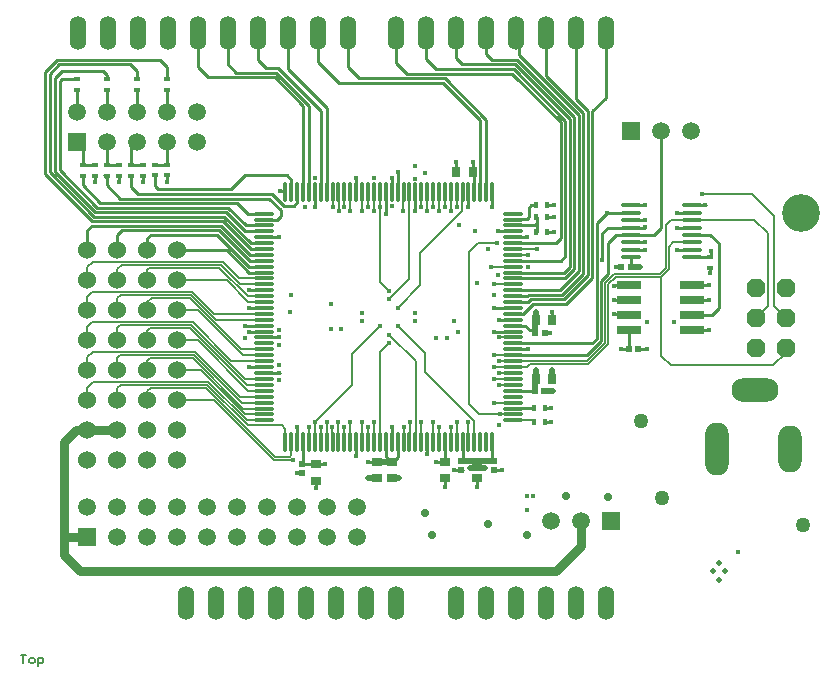
<source format=gtl>
%FSTAX23Y23*%
%MOIN*%
G70*
G01*
G75*
G04 Layer_Physical_Order=1*
G04 Layer_Color=255*
%ADD10O,0.071X0.012*%
%ADD11O,0.012X0.071*%
%ADD12O,0.073X0.014*%
%ADD13R,0.081X0.028*%
%ADD14R,0.022X0.018*%
%ADD15R,0.028X0.035*%
%ADD16R,0.035X0.028*%
%ADD17R,0.020X0.020*%
%ADD18R,0.020X0.020*%
%ADD19R,0.018X0.022*%
%ADD20C,0.010*%
%ADD21C,0.005*%
%ADD22C,0.020*%
%ADD23C,0.030*%
%ADD24O,0.157X0.079*%
%ADD25O,0.079X0.157*%
%ADD26O,0.079X0.177*%
%ADD27R,0.059X0.059*%
%ADD28C,0.059*%
%ADD29C,0.060*%
%ADD30P,0.067X8X112.5*%
%ADD31O,0.056X0.112*%
%ADD32C,0.126*%
%ADD33C,0.020*%
%ADD34C,0.016*%
%ADD35C,0.016*%
%ADD36C,0.050*%
%ADD37C,0.028*%
D10*
X01811Y0171D02*
D03*
Y0173D02*
D03*
Y01749D02*
D03*
Y01769D02*
D03*
Y01789D02*
D03*
Y01809D02*
D03*
Y01828D02*
D03*
Y01848D02*
D03*
Y01868D02*
D03*
Y01887D02*
D03*
Y01907D02*
D03*
Y01927D02*
D03*
Y01946D02*
D03*
Y01966D02*
D03*
Y01986D02*
D03*
Y02005D02*
D03*
Y02025D02*
D03*
Y02045D02*
D03*
Y02064D02*
D03*
Y02084D02*
D03*
Y02104D02*
D03*
Y02123D02*
D03*
Y02143D02*
D03*
Y02163D02*
D03*
Y02183D02*
D03*
Y02202D02*
D03*
Y02222D02*
D03*
Y02242D02*
D03*
Y02261D02*
D03*
Y02281D02*
D03*
Y02301D02*
D03*
Y0232D02*
D03*
Y0234D02*
D03*
Y0236D02*
D03*
Y02379D02*
D03*
Y02399D02*
D03*
X02642D02*
D03*
Y02379D02*
D03*
Y0236D02*
D03*
Y0234D02*
D03*
Y0232D02*
D03*
Y02301D02*
D03*
Y02281D02*
D03*
Y02261D02*
D03*
Y02242D02*
D03*
Y02222D02*
D03*
Y02202D02*
D03*
Y02183D02*
D03*
Y02163D02*
D03*
Y02143D02*
D03*
Y02123D02*
D03*
Y02104D02*
D03*
Y02084D02*
D03*
Y02064D02*
D03*
Y02045D02*
D03*
Y02025D02*
D03*
Y02005D02*
D03*
Y01986D02*
D03*
Y01966D02*
D03*
Y01946D02*
D03*
Y01927D02*
D03*
Y01907D02*
D03*
Y01887D02*
D03*
Y01868D02*
D03*
Y01848D02*
D03*
Y01828D02*
D03*
Y01809D02*
D03*
Y01789D02*
D03*
Y01769D02*
D03*
Y01749D02*
D03*
Y0173D02*
D03*
Y0171D02*
D03*
D11*
X01882Y0247D02*
D03*
X01902D02*
D03*
X01921D02*
D03*
X01941D02*
D03*
X01961D02*
D03*
X01981D02*
D03*
X02D02*
D03*
X0202D02*
D03*
X0204D02*
D03*
X02059D02*
D03*
X02079D02*
D03*
X02099D02*
D03*
X02118D02*
D03*
X02138D02*
D03*
X02158D02*
D03*
X02177D02*
D03*
X02197D02*
D03*
X02217D02*
D03*
X02236D02*
D03*
X02256D02*
D03*
X02276D02*
D03*
X02295D02*
D03*
X02315D02*
D03*
X02335D02*
D03*
X02355D02*
D03*
X02374D02*
D03*
X02394D02*
D03*
X02414D02*
D03*
X02433D02*
D03*
X02453D02*
D03*
X02473D02*
D03*
X02492D02*
D03*
X02512D02*
D03*
X02532D02*
D03*
X02551D02*
D03*
X02571D02*
D03*
Y01639D02*
D03*
X02551D02*
D03*
X02532D02*
D03*
X02512D02*
D03*
X02492D02*
D03*
X02473D02*
D03*
X02453D02*
D03*
X02433D02*
D03*
X02414D02*
D03*
X02394D02*
D03*
X02374D02*
D03*
X02355D02*
D03*
X02335D02*
D03*
X02315D02*
D03*
X02295D02*
D03*
X02276D02*
D03*
X02256D02*
D03*
X02236D02*
D03*
X02217D02*
D03*
X02197D02*
D03*
X02177D02*
D03*
X02158D02*
D03*
X02138D02*
D03*
X02118D02*
D03*
X02099D02*
D03*
X02079D02*
D03*
X02059D02*
D03*
X0204D02*
D03*
X0202D02*
D03*
X02D02*
D03*
X01981D02*
D03*
X01961D02*
D03*
X01941D02*
D03*
X01921D02*
D03*
X01902D02*
D03*
X01882D02*
D03*
D12*
X03033Y02428D02*
D03*
Y02402D02*
D03*
Y02378D02*
D03*
Y02352D02*
D03*
Y02328D02*
D03*
Y02303D02*
D03*
Y02277D02*
D03*
Y02253D02*
D03*
X03237Y02428D02*
D03*
Y02402D02*
D03*
Y02378D02*
D03*
Y02352D02*
D03*
Y02328D02*
D03*
Y02303D02*
D03*
Y02277D02*
D03*
Y02253D02*
D03*
D13*
X03028Y02161D02*
D03*
Y02111D02*
D03*
Y02061D02*
D03*
Y02011D02*
D03*
X03238Y02161D02*
D03*
Y02111D02*
D03*
Y02061D02*
D03*
Y02011D02*
D03*
D14*
X01487Y02848D02*
D03*
Y02812D02*
D03*
X01387Y02848D02*
D03*
Y02812D02*
D03*
X01287Y02848D02*
D03*
Y02812D02*
D03*
X01187Y02848D02*
D03*
Y02812D02*
D03*
X01246Y02561D02*
D03*
Y02525D02*
D03*
X01326Y02561D02*
D03*
Y02525D02*
D03*
X01406Y0256D02*
D03*
Y02525D02*
D03*
X01487Y02561D02*
D03*
Y02526D02*
D03*
X01206Y02561D02*
D03*
Y02525D02*
D03*
X01286Y02561D02*
D03*
Y02525D02*
D03*
X01366Y0256D02*
D03*
Y02525D02*
D03*
X01447Y02561D02*
D03*
Y02526D02*
D03*
X03297Y02254D02*
D03*
Y02218D02*
D03*
D15*
X02716Y01849D02*
D03*
X02772D02*
D03*
X02507Y02539D02*
D03*
X02451D02*
D03*
X02772Y02043D02*
D03*
X02716D02*
D03*
D16*
X02414Y01572D02*
D03*
Y01516D02*
D03*
X02187Y01572D02*
D03*
Y01516D02*
D03*
X02522Y01572D02*
D03*
Y01516D02*
D03*
X01985Y01564D02*
D03*
Y01508D02*
D03*
X02236Y01516D02*
D03*
Y01572D02*
D03*
D17*
X02746Y02002D02*
D03*
X02714D02*
D03*
X02745Y01808D02*
D03*
X02713D02*
D03*
X03027Y01948D02*
D03*
X03059D02*
D03*
X03033Y02222D02*
D03*
X03001D02*
D03*
D18*
X02468Y01543D02*
D03*
Y01575D02*
D03*
X01939Y01533D02*
D03*
Y01565D02*
D03*
X02579Y01543D02*
D03*
Y01575D02*
D03*
D19*
X02719Y02387D02*
D03*
X02755D02*
D03*
X02754Y02336D02*
D03*
X02718D02*
D03*
X02712Y0175D02*
D03*
X02748D02*
D03*
X02712Y01703D02*
D03*
X02748D02*
D03*
X02718Y02426D02*
D03*
X02753D02*
D03*
D20*
X0198Y02469D02*
X01981Y0247D01*
X0198Y02422D02*
Y02469D01*
X02236Y0247D02*
Y02518D01*
Y0247D02*
X02236Y0247D01*
X02217Y02398D02*
Y0247D01*
X02216Y02397D02*
X02217Y02398D01*
X03237Y02428D02*
X03283D01*
X03282Y02428D02*
X03283D01*
X03283Y02428D01*
X03Y01948D02*
X03027D01*
X02815Y02256D02*
Y02709D01*
X02801Y02242D02*
X02815Y02256D01*
X02642Y02242D02*
X02801D01*
X0283Y02221D02*
Y02715D01*
X02811Y02202D02*
X0283Y02221D01*
X02642Y02202D02*
X02811D01*
X02845Y02214D02*
Y02722D01*
X02814Y02183D02*
X02845Y02214D01*
X02642Y02183D02*
X02814D01*
X02796Y02143D02*
X0286Y02207D01*
X02642Y02143D02*
X02796D01*
X0286Y02207D02*
Y02728D01*
X0289Y02193D02*
Y0274D01*
X027Y02113D02*
X0281D01*
X0289Y02193D01*
X02875Y02199D02*
Y02734D01*
X02804Y02128D02*
X02875Y02199D01*
X02694Y02128D02*
X02804D01*
X02818Y02098D02*
X02905Y02185D01*
X02708Y02098D02*
X02818D01*
X02905Y02185D02*
Y0274D01*
X0308Y02277D02*
X03081Y02277D01*
X03033Y02277D02*
X0308D01*
X02444Y01544D02*
X02444Y01543D01*
X02473D01*
X02574D02*
X02603D01*
X02603Y01543D01*
X02748Y01703D02*
X02769D01*
X02748Y0175D02*
X02769D01*
X02642Y01749D02*
X02642Y0175D01*
X02712D01*
X0259Y0234D02*
X0259Y0234D01*
X02642D01*
X028Y02316D02*
Y02703D01*
X02784Y02301D02*
X028Y02316D01*
X02642Y02301D02*
X02784D01*
X02689Y02123D02*
X02694Y02128D01*
X02642Y02123D02*
X02689D01*
X03238Y02161D02*
X03293D01*
X02694Y02388D02*
Y02418D01*
X02702Y02426D02*
X02718D01*
X02694Y02418D02*
X02702Y02426D01*
X02719Y0236D02*
X0272Y02361D01*
X02642Y0236D02*
X02719D01*
X02754Y02336D02*
X02776D01*
X02755Y02387D02*
X02777D01*
X02718Y02336D02*
X0272Y02338D01*
Y02361D01*
X02719Y02387D02*
X0272Y02386D01*
Y02361D02*
Y02386D01*
X02686Y0238D02*
X02694Y02388D01*
X02643Y0238D02*
X02686D01*
X02753Y02426D02*
X02776D01*
X02955Y02402D02*
X03033D01*
X0292Y02368D02*
X02954Y02402D01*
X02958Y02352D02*
X03033D01*
X02939Y02333D02*
X02958Y02352D01*
X02939Y02243D02*
Y02333D01*
X03024Y02065D02*
X03028Y02061D01*
X02977Y02065D02*
X03024D01*
X03238Y02111D02*
X03239Y0211D01*
X03293D01*
X02992Y02061D02*
X03028D01*
X03059Y01948D02*
X03086D01*
X03027D02*
X03028Y01948D01*
Y02011D01*
X03033Y02352D02*
X03082D01*
X03238Y02011D02*
X03293D01*
X02984Y02328D02*
X03033D01*
Y02428D02*
X03082D01*
X02977Y02111D02*
X03028D01*
X03188Y02402D02*
X03237D01*
X02978Y02161D02*
X03028D01*
X02976Y02159D02*
X02978Y02161D01*
X03237Y02328D02*
X03299D01*
X03238Y02061D02*
X03303D01*
X03188Y02352D02*
X03237D01*
X03033Y02378D02*
X03082D01*
X03188Y02277D02*
X03237D01*
X03188D02*
X03189Y02277D01*
X03237Y02253D02*
X03238Y02253D01*
X03135Y0235D02*
Y02673D01*
X03112Y02328D02*
X03135Y0235D01*
X03033Y02328D02*
X03112D01*
X02642Y02084D02*
X02642Y02084D01*
X02578Y02084D02*
X02642D01*
X02571Y02421D02*
Y0247D01*
X01127Y02896D02*
X01364D01*
X01812Y02321D02*
X0186D01*
X02118Y0159D02*
Y01639D01*
X02413Y0247D02*
X02413Y0247D01*
X02642Y0232D02*
X02686D01*
X02642Y01946D02*
X02691D01*
X01762Y02084D02*
X01811D01*
X01762Y02005D02*
X01811D01*
X02118Y0247D02*
Y02519D01*
X02118Y01639D02*
X02118Y01639D01*
X02355Y01596D02*
Y01639D01*
X01096Y02865D02*
X01127Y02896D01*
X01114Y02852D02*
X01137Y02875D01*
X0159Y02888D02*
X01625Y02853D01*
X0159Y02888D02*
Y03D01*
X0169Y02896D02*
X01718Y02868D01*
X0169Y02896D02*
Y03D01*
X0179Y02912D02*
Y03D01*
X02551Y0247D02*
Y02712D01*
X02413Y0285D02*
X02551Y02712D01*
X02129Y0285D02*
X02413D01*
X0209Y02889D02*
X02129Y0285D01*
X0209Y02889D02*
Y03D01*
X02638Y02865D02*
X028Y02703D01*
X02286Y02865D02*
X02638D01*
X0225Y02901D02*
X02286Y02865D01*
X0225Y02901D02*
Y03D01*
X02644Y0288D02*
X02815Y02709D01*
X02385Y0288D02*
X02644D01*
X0235Y02915D02*
X02385Y0288D01*
X0235Y02915D02*
Y03D01*
X02648Y02897D02*
X0283Y02715D01*
X02472Y02897D02*
X02648D01*
X0245Y02919D02*
X02472Y02897D01*
X0245Y02919D02*
Y03D01*
X02655Y02912D02*
X02845Y02722D01*
X0257Y02912D02*
X02655D01*
X0255Y02932D02*
X0257Y02912D01*
X0255Y02932D02*
Y03D01*
X0265D02*
X02661Y02989D01*
X0275Y02859D02*
X02875Y02734D01*
X0275Y02859D02*
Y03D01*
X0285Y0278D02*
X0289Y0274D01*
X0285Y0278D02*
Y03D01*
X02905Y0274D02*
X0295Y02785D01*
Y03D01*
X02661Y02927D02*
Y02989D01*
Y02927D02*
X0286Y02728D01*
X0199Y02905D02*
Y03D01*
X02642Y01927D02*
X02889D01*
X02935Y01973D01*
Y02173D01*
X01762Y02143D02*
X01811D01*
X02237Y0164D02*
Y01689D01*
X02217Y01588D02*
Y01639D01*
X02256Y01588D02*
Y01639D01*
X01921Y01639D02*
Y01688D01*
X01919Y01533D02*
X0192Y01533D01*
X01919Y01533D02*
X01939D01*
X0192Y01533D02*
X0192D01*
X02217Y01588D02*
X0223Y01575D01*
X02243D02*
X02256Y01588D01*
X02384Y01572D02*
X02384Y01572D01*
X02414D01*
Y01639D01*
X02414Y01639D02*
X02414Y01639D01*
Y01487D02*
Y01516D01*
X02414Y01486D02*
X02414Y01487D01*
X0292Y01981D02*
Y02368D01*
X01763Y01887D02*
X01811D01*
X01762Y01888D02*
X01763Y01887D01*
X018Y01868D02*
X01811D01*
X01865D01*
X01865Y02474D02*
X01878D01*
X01882Y0247D01*
X02256Y0247D02*
Y02534D01*
X02256Y0247D02*
X02256D01*
X02315Y02406D02*
Y0247D01*
X02216Y0247D02*
X02216Y0247D01*
X03033Y02303D02*
X03082D01*
X02905Y01966D02*
X0292Y01981D01*
X02642Y01966D02*
X02905D01*
X02578Y02005D02*
X02642D01*
X02578Y02005D02*
X02578Y02005D01*
X02642Y02242D02*
X02642Y02242D01*
X02157Y01517D02*
X02157Y01516D01*
X02157Y01572D02*
X02157Y01572D01*
X02187D01*
X0223Y01575D02*
X02243D01*
X0194Y01564D02*
X01985D01*
X02015D01*
X01985Y01489D02*
Y01508D01*
Y01489D02*
X01985Y01489D01*
Y01489D01*
X01985Y01489D02*
X01985Y01489D01*
X01985Y01485D02*
Y01489D01*
X01811Y01986D02*
X01812Y01986D01*
X01862D01*
X02473Y01581D02*
Y01639D01*
X02571Y01585D02*
Y01639D01*
X02522Y01489D02*
Y01516D01*
X02561Y01575D02*
X02571Y01585D01*
X02713Y01809D02*
X02713Y01808D01*
X02642Y02025D02*
X02681D01*
X02696Y0201D01*
X02706D01*
X02714Y02002D02*
Y02002D01*
X02706Y0201D02*
X02714Y02002D01*
X02642Y01809D02*
X02713D01*
X02492Y02421D02*
Y0247D01*
X0199Y02905D02*
X0206Y02835D01*
X02407D01*
X02532Y0247D02*
Y0271D01*
X02407Y02835D02*
X02532Y0271D01*
X02512Y0247D02*
Y02534D01*
X02507Y02539D02*
X02512Y02534D01*
X02451Y02539D02*
Y02572D01*
X02593Y02045D02*
X02642D01*
X02772Y02043D02*
Y02072D01*
X02746Y02002D02*
X02764D01*
X02577Y02126D02*
Y02127D01*
X03303Y02061D02*
X03326Y02084D01*
Y023D01*
X03299Y02328D02*
X03326Y023D01*
X03297Y02254D02*
X03298D01*
X033Y02255D01*
Y02273D01*
X03238Y02253D02*
X03299D01*
X03297Y022D02*
Y02218D01*
X03033Y02222D02*
Y02252D01*
X03033Y02253D02*
X03033Y02252D01*
X02983Y02222D02*
X03001D01*
X02935Y02173D02*
X02959Y02197D01*
Y02302D01*
X02984Y02328D01*
X02642Y02064D02*
X02674D01*
X02642Y02104D02*
X0269D01*
X027Y02113D01*
X02674Y02064D02*
X02708Y02098D01*
X01364Y02896D02*
X01387Y02873D01*
X01187Y02738D02*
Y02812D01*
X01287Y02738D02*
Y02812D01*
X01387Y02738D02*
Y02812D01*
X01487Y02738D02*
Y02812D01*
X01137Y02848D02*
X01187D01*
X01137Y02875D02*
X01274D01*
X01287Y02848D02*
Y02862D01*
X01274Y02875D02*
X01287Y02862D01*
X01487Y02848D02*
Y02887D01*
X01387Y02848D02*
Y02873D01*
X01187Y02638D02*
X01206Y02619D01*
Y02561D02*
Y02619D01*
X01487Y02634D02*
X01496Y02643D01*
X01487Y02561D02*
Y02634D01*
Y02638D01*
X01389Y02636D02*
X01396Y02643D01*
X01369Y02563D02*
Y0262D01*
X01387Y02638D01*
X01366Y0256D02*
X01369Y02563D01*
X01447Y02561D02*
X01487D01*
X01366Y0256D02*
X01406D01*
X01286Y02561D02*
X01326D01*
X01286Y02633D02*
X01296Y02643D01*
X01206Y02561D02*
X01246D01*
X01286D02*
Y02633D01*
X01131Y02842D02*
X01137Y02848D01*
X01445Y02524D02*
X01447Y02526D01*
X01487Y02505D02*
Y02526D01*
X01406Y02504D02*
Y02525D01*
X01326Y02504D02*
Y02525D01*
X01246Y02504D02*
Y02525D01*
X01286Y02493D02*
Y02525D01*
X01855Y02379D02*
X01867Y02391D01*
X01811Y02379D02*
X01855D01*
X01279Y02526D02*
X01284Y02521D01*
X01876Y02425D02*
X01908D01*
X01909Y02425D01*
X0191D01*
X01921Y02436D01*
Y0247D01*
X01867Y02391D02*
Y02411D01*
X01886Y02528D02*
X01902Y02512D01*
Y0247D02*
Y02512D01*
X01748Y02528D02*
X01886D01*
X01206Y02493D02*
Y02525D01*
X01114Y02539D02*
Y02852D01*
X01131Y02543D02*
Y02842D01*
X017Y0248D02*
X01748Y02528D01*
X01206Y02493D02*
X01265Y02434D01*
X01131Y02543D02*
X01255Y02419D01*
X01114Y02539D02*
X01249Y02404D01*
X01096Y02536D02*
X01243Y02389D01*
X01096Y02536D02*
Y02865D01*
X01757Y02399D02*
X01811D01*
X01081Y0253D02*
X01236Y02374D01*
X01081Y0253D02*
Y02871D01*
X01121Y02911D01*
X01463D01*
X01487Y02887D01*
X01836Y02464D02*
X01876Y02425D01*
X01829Y02449D02*
X01867Y02411D01*
X01722Y02434D02*
X01757Y02399D01*
X01366Y02488D02*
Y02525D01*
X01447Y0249D02*
Y02526D01*
Y0249D02*
X01457Y0248D01*
X017D01*
X01366Y02488D02*
X0139Y02464D01*
X01836D01*
X01286Y02493D02*
X0133Y02449D01*
X01829D01*
X01265Y02434D02*
X01722D01*
X01222Y02344D02*
X01237Y02359D01*
X01222Y02276D02*
Y02344D01*
X01322Y02276D02*
Y02327D01*
X01339Y02344D01*
X01422Y02317D02*
X01434Y02329D01*
X01422Y02276D02*
Y02317D01*
X01747Y02025D02*
X01811D01*
X01522Y02276D02*
X01686D01*
X0176Y02202D01*
X01811D01*
X01761Y02222D02*
X01811D01*
X01763Y02242D02*
X01811D01*
X01764Y02261D02*
X01811D01*
X01766Y02281D02*
X01811D01*
X01767Y02301D02*
X01811D01*
X01749Y0234D02*
X01811D01*
X01751Y0236D02*
X01811D01*
X01691Y02419D02*
X01751Y0236D01*
X01685Y02404D02*
X01749Y0234D01*
X01679Y02389D02*
X01767Y02301D01*
X01673Y02374D02*
X01766Y02281D01*
X01667Y02359D02*
X01764Y02261D01*
X0166Y02344D02*
X01763Y02242D01*
X01654Y02329D02*
X01761Y02222D01*
X01434Y02329D02*
X01654D01*
X01339Y02344D02*
X0166D01*
X01237Y02359D02*
X01667D01*
X01236Y02374D02*
X01673D01*
X01243Y02389D02*
X01679D01*
X01249Y02404D02*
X01685D01*
X01255Y02419D02*
X01691D01*
X01941Y01567D02*
Y01639D01*
X01939Y01565D02*
X01941Y01567D01*
X02507Y02539D02*
Y02572D01*
X0202Y0247D02*
Y0275D01*
X0189Y0288D02*
Y03D01*
Y0288D02*
X0202Y0275D01*
X01625Y02853D02*
X01846D01*
X01941Y02758D01*
Y0247D02*
Y02758D01*
X0179Y02912D02*
X01819Y02883D01*
X01858D01*
X01718Y02868D02*
X01852D01*
X01961Y0247D02*
Y02759D01*
X01852Y02868D02*
X01961Y02759D01*
X02Y0247D02*
Y02741D01*
X01858Y02883D02*
X02Y02741D01*
D21*
X02642Y02223D02*
X02642D01*
X02567Y02222D02*
X02567Y02222D01*
X02642D01*
X02529Y0173D02*
X02642D01*
X02494Y01765D02*
X02529Y0173D01*
X02523Y02301D02*
X02588D01*
X02494Y02272D02*
X02523Y02301D01*
X02709Y01707D02*
X02709Y01707D01*
X02642Y0171D02*
X02712D01*
X0349Y0209D02*
Y02333D01*
X03445Y02378D02*
X0349Y02333D01*
X03237Y02378D02*
X03445D01*
X0351Y0209D02*
Y02392D01*
X03437Y02465D02*
X0351Y02392D01*
X0327Y02465D02*
X03437D01*
X0355Y01934D02*
Y0195D01*
X03509Y01893D02*
X0355Y01934D01*
X03166Y01893D02*
X03509D01*
X03135Y01924D02*
X03166Y01893D01*
X03135Y01924D02*
Y02189D01*
X03435Y02035D02*
X0345Y0205D01*
X03167Y02378D02*
X03237D01*
X02642Y02281D02*
X02721D01*
X02642Y02261D02*
X02692D01*
X0345Y0205D02*
X0349Y0209D01*
X0351D02*
X0355Y0205D01*
X02642Y01907D02*
X02887D01*
X03175Y02303D02*
X03237D01*
X0316Y02287D02*
X03175Y02303D01*
X0316Y02214D02*
Y02287D01*
X03135Y02189D02*
X0316Y02214D01*
X02983Y02189D02*
X03135D01*
X02957Y02163D02*
X02983Y02189D01*
X0315Y02361D02*
X03167Y02378D01*
X0315Y02218D02*
Y02361D01*
X03131Y02199D02*
X0315Y02218D01*
X02979Y02199D02*
X03131D01*
X02947Y02168D02*
X02979Y02199D01*
X02578Y01927D02*
X02642D01*
X02578Y02163D02*
X02642D01*
X02578Y01769D02*
X02642D01*
X02593Y01828D02*
X02642D01*
X02578Y01848D02*
X02642D01*
X02593Y01907D02*
X02642D01*
X02593Y01867D02*
X02642D01*
X02227Y01995D02*
X02316Y01906D01*
X02197Y0164D02*
Y01936D01*
X02227Y01966D01*
Y02113D02*
X02295Y02182D01*
Y0247D01*
X02197Y02172D02*
X02227Y02142D01*
X02197Y02172D02*
Y02421D01*
X01981Y01704D02*
X02105Y01828D01*
Y01932D01*
X02197Y02024D01*
X01981Y01639D02*
Y01704D01*
X02512Y01639D02*
Y01707D01*
X02347Y01872D02*
X02512Y01707D01*
X02347Y01872D02*
Y01934D01*
X02256Y02025D02*
X02347Y01934D01*
X02472Y02406D02*
Y0247D01*
X02332Y02266D02*
X02472Y02406D01*
X02332Y0216D02*
Y02266D01*
X02256Y02084D02*
X02332Y0216D01*
X0204Y02421D02*
Y0247D01*
X0206Y02406D02*
Y0247D01*
X02099Y02406D02*
Y0247D01*
X02138Y02406D02*
Y0247D01*
X02158Y02421D02*
Y0247D01*
X02178Y02406D02*
Y0247D01*
X02334Y02421D02*
Y0247D01*
X02394Y02406D02*
Y0247D01*
X02414Y02421D02*
Y0247D01*
X02433Y02406D02*
Y0247D01*
X02079Y02421D02*
Y0247D01*
X02197Y02421D02*
Y0247D01*
X02098Y0247D02*
X02099Y0247D01*
X02118Y0247D02*
X02118Y0247D01*
X02137Y0247D02*
X02138Y0247D01*
X02157D02*
X02157Y0247D01*
X02177Y0247D02*
X02177Y0247D01*
X02197Y0247D02*
X02197Y0247D01*
X02295Y0247D02*
X02295Y0247D01*
X02374Y02421D02*
Y0247D01*
X02374Y0247D02*
X02374Y0247D01*
X02393Y0247D02*
X02394Y0247D01*
X02433Y0247D02*
X02433Y0247D01*
X02453Y02421D02*
Y0247D01*
X02453Y0247D02*
X02453Y0247D01*
X02472Y0247D02*
X02472Y0247D01*
X02492Y01639D02*
X02492Y01639D01*
Y01704D01*
X02453Y01639D02*
X02453Y01639D01*
Y01704D01*
X02433Y01639D02*
X02433Y01639D01*
X02433Y01639D02*
Y01689D01*
X02394Y01639D02*
X02394Y0164D01*
Y01689D01*
X02374Y01639D02*
X02374Y01639D01*
Y01704D01*
X02335Y01639D02*
X02335Y01639D01*
Y01704D01*
X02295Y01639D02*
X02296Y01639D01*
Y01704D01*
X02276Y01639D02*
X02276Y0164D01*
Y01689D01*
X02177Y01639D02*
X02177Y01639D01*
Y01704D01*
X02158Y01639D02*
X02158Y0164D01*
Y01689D01*
X02138Y01639D02*
X02138Y01639D01*
Y01704D01*
X02099Y01639D02*
X02099Y01639D01*
Y01704D01*
X02079Y01639D02*
X02079Y0164D01*
Y01689D01*
X02059Y01639D02*
X02059Y01639D01*
Y01704D01*
X02039Y01639D02*
X0204Y01639D01*
X02039Y01639D02*
Y01689D01*
X0202Y01639D02*
X0202Y01639D01*
Y01704D01*
X02Y01639D02*
X02001Y0164D01*
Y01689D01*
X02197Y0164D02*
X02197Y01639D01*
X02315Y0164D02*
X02315Y01639D01*
X02316Y0164D02*
Y01906D01*
X02957Y01964D02*
Y02163D01*
X02947Y01968D02*
Y02168D01*
X02887Y01907D02*
X02947Y01968D01*
X02236Y0247D02*
X02236Y0247D01*
X02334Y02421D02*
X02334Y02421D01*
X02339D01*
X02354Y02406D02*
X02355Y02406D01*
Y0247D01*
X02354Y0247D02*
X02355Y0247D01*
X02275Y0247D02*
X02275Y0247D01*
Y02406D02*
Y0247D01*
X02494Y01765D02*
Y02272D01*
X02642Y01986D02*
X02642Y01986D01*
X02627Y01984D02*
X02642D01*
X02699Y01897D02*
X02891D01*
X02905Y01911D01*
X02905D01*
X02957Y01964D01*
X02642Y01887D02*
X02689D01*
X02699Y01897D01*
X02578Y01888D02*
X02642D01*
X02593Y01986D02*
X02642D01*
X01222Y02176D02*
Y0222D01*
X0124Y02239D01*
X01322Y02176D02*
Y02214D01*
X01336Y02228D01*
X01422Y02176D02*
Y02211D01*
X01429Y02218D01*
X01759Y02104D02*
X01811D01*
X01522Y02176D02*
X01687D01*
X01759Y02104D01*
X01757Y02123D02*
X01811D01*
X01429Y02218D02*
X01661D01*
X01757Y02123D01*
X01336Y02228D02*
X01666D01*
X01732Y02163D01*
X01811D01*
X0124Y02239D02*
X01673D01*
X01728Y02183D01*
X01811D01*
X01222Y0212D02*
X01239Y02137D01*
X01222Y02076D02*
Y0212D01*
X01322Y02076D02*
Y02116D01*
X01333Y02127D01*
X01422Y02103D02*
X01436Y02117D01*
X01422Y02076D02*
Y02103D01*
X01222Y0202D02*
X01238Y02036D01*
X01222Y01976D02*
Y0202D01*
X01322Y01976D02*
Y02016D01*
X01332Y02026D01*
X01802Y01809D02*
X01811D01*
X01422Y02008D02*
X0143Y02016D01*
X01422Y01976D02*
Y02008D01*
X01811Y01808D02*
X01811Y01809D01*
X01222Y01921D02*
X0124Y01939D01*
X01222Y01876D02*
Y01921D01*
X01322Y01876D02*
Y01918D01*
X01332Y01929D01*
X01422Y01909D02*
X01431Y01918D01*
X01422Y01876D02*
Y01909D01*
X01238Y02036D02*
X01573D01*
X01332Y02026D02*
X01569D01*
X0143Y02016D02*
X01565D01*
X01522Y01976D02*
X01591D01*
X01573Y02036D02*
X01702Y01907D01*
X01811D01*
X01569Y02026D02*
X01747Y01848D01*
X01811D01*
X01565Y02016D02*
X01753Y01828D01*
X01811D01*
X01591Y01976D02*
X01759Y01808D01*
X01811D01*
X01239Y02137D02*
X01572D01*
X01645Y02064D01*
X01811D01*
X01333Y02127D02*
X01568D01*
X01436Y02117D02*
X01564D01*
X01522Y02076D02*
X01591D01*
X0174Y01927D01*
X01564Y02117D02*
X01734Y01946D01*
X01568Y02127D02*
X0165Y02045D01*
X01811D01*
X01734Y01946D02*
X01811D01*
X0174Y01927D02*
X01811D01*
X01222Y01776D02*
Y01818D01*
X01242Y01839D01*
X01322Y01817D02*
X01334Y01829D01*
X01322Y01776D02*
Y01817D01*
X01422Y01808D02*
X01433Y01819D01*
X01422Y01776D02*
Y01808D01*
X01871Y01693D02*
X01882Y01682D01*
Y01639D02*
Y01682D01*
X01902Y01594D02*
Y01639D01*
X01896Y01588D02*
X01902Y01594D01*
X0124Y01939D02*
X01582D01*
X01731Y01789D01*
X01811D01*
X01332Y01929D02*
X01577D01*
X01431Y01918D02*
X01573D01*
X01522Y01876D02*
X01602D01*
X01242Y01839D02*
X01625D01*
X01334Y01829D02*
X01621D01*
X01433Y01819D02*
X01617D01*
X01522Y01776D02*
X01645D01*
X01843Y01578D01*
X01617Y01819D02*
X01847Y01588D01*
X01621Y01829D02*
X01756Y01693D01*
X01625Y01839D02*
X01753Y0171D01*
X01602Y01876D02*
X01748Y0173D01*
X01573Y01918D02*
X01742Y01749D01*
X01577Y01929D02*
X01737Y01769D01*
X01811D01*
X01742Y01749D02*
X01811D01*
X01748Y0173D02*
X01811D01*
X01753Y0171D02*
X01811D01*
X01756Y01693D02*
X01871D01*
X01847Y01588D02*
X01896D01*
X01843Y01578D02*
X01907D01*
X01908Y01577D01*
X0196Y0164D02*
Y01688D01*
Y0164D02*
X01961Y01639D01*
X01Y00928D02*
X01019D01*
X01009D01*
Y009D01*
X01033D02*
X01042D01*
X01047Y00905D01*
Y00914D01*
X01042Y00919D01*
X01033D01*
X01028Y00914D01*
Y00905D01*
X01033Y009D01*
X01056Y00891D02*
Y00919D01*
X0107D01*
X01075Y00914D01*
Y00905D01*
X0107Y009D01*
X01056D01*
D22*
X02187Y01572D02*
X02236D01*
X02236Y01516D02*
X0226D01*
X02261Y01517D01*
X02157Y01516D02*
X02187D01*
X02522Y01552D02*
Y01572D01*
X02519Y01575D02*
X02522Y01572D01*
X02468Y01575D02*
X02519D01*
X02579D01*
X02522Y01552D02*
X02548D01*
X02496D02*
X02522D01*
X02716Y01849D02*
Y01879D01*
X02713Y01846D02*
X02716Y01849D01*
X02772D02*
Y01879D01*
X02745Y01808D02*
X02775D01*
X02716Y02043D02*
Y02072D01*
X02714Y02002D02*
Y02041D01*
X02716Y02043D01*
X02713Y01809D02*
Y01846D01*
X03033Y02222D02*
X03063D01*
D23*
X02867Y01291D02*
Y01375D01*
X01145Y01637D02*
X01184Y01676D01*
X01322D01*
X01145Y01262D02*
X01199Y01208D01*
X02784D01*
X02867Y01291D01*
X01147Y01321D02*
X0122D01*
X01145Y01319D02*
X01147Y01321D01*
X01145Y01262D02*
Y01319D01*
Y01637D01*
D24*
X03447Y01811D02*
D03*
D25*
X03565Y01614D02*
D03*
D26*
X03321D02*
D03*
D27*
X0122Y01321D02*
D03*
X01187Y02638D02*
D03*
X03035Y02673D02*
D03*
X02967Y01375D02*
D03*
D28*
X0122Y01421D02*
D03*
X0132Y01321D02*
D03*
Y01421D02*
D03*
X0142Y01321D02*
D03*
Y01421D02*
D03*
X0152Y01321D02*
D03*
Y01421D02*
D03*
X0162Y01321D02*
D03*
Y01421D02*
D03*
X0172Y01321D02*
D03*
Y01421D02*
D03*
X0182Y01321D02*
D03*
Y01421D02*
D03*
X0192Y01321D02*
D03*
Y01421D02*
D03*
X0202Y01321D02*
D03*
Y01421D02*
D03*
X0212Y01321D02*
D03*
Y01421D02*
D03*
X01187Y02738D02*
D03*
X01287Y02638D02*
D03*
Y02738D02*
D03*
X01387Y02638D02*
D03*
Y02738D02*
D03*
X01487Y02638D02*
D03*
Y02738D02*
D03*
X01587Y02638D02*
D03*
Y02738D02*
D03*
X03235Y02673D02*
D03*
X03135D02*
D03*
X02767Y01375D02*
D03*
X02867D02*
D03*
D29*
X01422Y02276D02*
D03*
Y02176D02*
D03*
Y01976D02*
D03*
Y01876D02*
D03*
X01322Y02276D02*
D03*
Y02176D02*
D03*
Y01976D02*
D03*
Y01876D02*
D03*
X01222Y02276D02*
D03*
Y02176D02*
D03*
Y01976D02*
D03*
Y01876D02*
D03*
X01522D02*
D03*
Y01976D02*
D03*
Y02176D02*
D03*
Y02276D02*
D03*
X01422Y01776D02*
D03*
X01322D02*
D03*
X01222D02*
D03*
X01522D02*
D03*
X01422Y02076D02*
D03*
X01322D02*
D03*
X01222D02*
D03*
X01522D02*
D03*
Y01676D02*
D03*
Y01576D02*
D03*
X01222D02*
D03*
Y01676D02*
D03*
X01322Y01576D02*
D03*
Y01676D02*
D03*
X01422Y01576D02*
D03*
Y01676D02*
D03*
D30*
X0345Y0215D02*
D03*
X0355D02*
D03*
X0345Y0205D02*
D03*
X0355D02*
D03*
X0345Y0195D02*
D03*
X0355D02*
D03*
D31*
X0209Y03D02*
D03*
X0199D02*
D03*
X0189D02*
D03*
X0179D02*
D03*
X0169D02*
D03*
X0159D02*
D03*
X0149D02*
D03*
X0139D02*
D03*
X0129D02*
D03*
X0119D02*
D03*
X0295D02*
D03*
X0285D02*
D03*
X0275D02*
D03*
X0265D02*
D03*
X0255D02*
D03*
X0245D02*
D03*
X0235D02*
D03*
X0225D02*
D03*
X0245Y011D02*
D03*
X0255D02*
D03*
X0265D02*
D03*
X0275D02*
D03*
X0285D02*
D03*
X0295D02*
D03*
X0155D02*
D03*
X0165D02*
D03*
X0175D02*
D03*
X0185D02*
D03*
X0195D02*
D03*
X0205D02*
D03*
X0215D02*
D03*
X0225D02*
D03*
D32*
X036Y024D02*
D03*
D33*
X03327Y01179D02*
D03*
Y01235D02*
D03*
X03307Y01207D02*
D03*
X03347D02*
D03*
D34*
X02593Y01695D02*
D03*
X0259Y02193D02*
D03*
X02216Y02397D02*
D03*
X02236Y02425D02*
D03*
X03282Y02428D02*
D03*
X03Y01948D02*
D03*
X03081Y02277D02*
D03*
X02444Y01544D02*
D03*
X02603Y01543D02*
D03*
X02598Y01731D02*
D03*
X02769Y01703D02*
D03*
Y0175D02*
D03*
X02556Y02281D02*
D03*
X03293Y02161D02*
D03*
X02385Y01983D02*
D03*
X0242D02*
D03*
X02445Y0204D02*
D03*
X02688Y01412D02*
D03*
X02708Y01456D02*
D03*
X02687Y01456D02*
D03*
X03392Y01271D02*
D03*
X02776Y02336D02*
D03*
X02777Y02387D02*
D03*
X0272Y02361D02*
D03*
X02686Y0232D02*
D03*
X02776Y02426D02*
D03*
X0327Y02465D02*
D03*
X02955Y02402D02*
D03*
X03293Y0211D02*
D03*
X03179Y02039D02*
D03*
X03086D02*
D03*
X02977Y02065D02*
D03*
X03086Y01948D02*
D03*
X02939Y02243D02*
D03*
X03293Y02011D02*
D03*
X02977Y02111D02*
D03*
X02976Y02159D02*
D03*
X03081Y02303D02*
D03*
X03189Y02352D02*
D03*
X03081Y02353D02*
D03*
X02692Y02261D02*
D03*
X02721Y02281D02*
D03*
X03081Y02428D02*
D03*
Y02378D02*
D03*
X03189Y02402D02*
D03*
Y02277D02*
D03*
X02691Y01946D02*
D03*
X0252Y02168D02*
D03*
X02571Y02421D02*
D03*
X0186Y02321D02*
D03*
X02578Y02163D02*
D03*
Y01769D02*
D03*
X02593Y01828D02*
D03*
X02578Y01888D02*
D03*
Y01848D02*
D03*
Y02084D02*
D03*
X02593Y01868D02*
D03*
Y01907D02*
D03*
X02578Y01927D02*
D03*
X01981Y01704D02*
D03*
X02118Y0159D02*
D03*
X0204Y02421D02*
D03*
X0206Y02406D02*
D03*
X02079Y02421D02*
D03*
X02099Y02406D02*
D03*
X02197Y02421D02*
D03*
X02178Y02406D02*
D03*
X02138D02*
D03*
X02158Y02421D02*
D03*
X02354Y02406D02*
D03*
X02374Y02421D02*
D03*
X02394Y02406D02*
D03*
X02433D02*
D03*
X02413Y02421D02*
D03*
X02453D02*
D03*
X02033Y02096D02*
D03*
Y02014D02*
D03*
X02068D02*
D03*
X02118Y02519D02*
D03*
X01747Y02025D02*
D03*
X0259Y0234D02*
D03*
X02335Y01704D02*
D03*
X02374D02*
D03*
X02394Y01689D02*
D03*
X02492Y01704D02*
D03*
X02453D02*
D03*
X02433Y01689D02*
D03*
X02158D02*
D03*
X02138Y01704D02*
D03*
X02177D02*
D03*
X02099D02*
D03*
X02079Y01689D02*
D03*
X02315Y02041D02*
D03*
X02227Y01966D02*
D03*
Y01995D02*
D03*
X02226Y02113D02*
D03*
X02227Y02142D02*
D03*
X02139Y02068D02*
D03*
X02315Y02069D02*
D03*
X02256Y02025D02*
D03*
X02197Y02024D02*
D03*
X02256Y02084D02*
D03*
X02001Y01689D02*
D03*
X0202Y01704D02*
D03*
X02059D02*
D03*
X02039Y01689D02*
D03*
X02139Y02041D02*
D03*
X02296Y01704D02*
D03*
X02276Y01689D02*
D03*
X02237D02*
D03*
X01921Y01688D02*
D03*
X0192Y01533D02*
D03*
X02384Y01572D02*
D03*
X02414Y01486D02*
D03*
X01862Y01893D02*
D03*
Y01962D02*
D03*
X02256Y02536D02*
D03*
X01865Y02474D02*
D03*
X01948Y02421D02*
D03*
X02314Y02558D02*
D03*
X02334Y02421D02*
D03*
X0198Y02517D02*
D03*
X02315Y02515D02*
D03*
X02275Y02406D02*
D03*
X02179Y02519D02*
D03*
X02347Y02535D02*
D03*
X02588Y02301D02*
D03*
X02578Y02005D02*
D03*
X02457Y02005D02*
D03*
X02691Y02222D02*
D03*
X02157Y01517D02*
D03*
Y01572D02*
D03*
X02015Y01564D02*
D03*
X01985Y01485D02*
D03*
X02261Y01517D02*
D03*
X019Y02127D02*
D03*
X01897Y02071D02*
D03*
X01862Y01844D02*
D03*
Y01868D02*
D03*
Y02011D02*
D03*
Y01986D02*
D03*
X02548Y01552D02*
D03*
X02496D02*
D03*
X02355Y01596D02*
D03*
X02522Y01489D02*
D03*
X02716Y01879D02*
D03*
X02772D02*
D03*
X02775Y01808D02*
D03*
X02593Y01986D02*
D03*
X02716Y02072D02*
D03*
X02492Y02421D02*
D03*
X02451Y02572D02*
D03*
X02593Y02045D02*
D03*
X02772Y02072D02*
D03*
X02764Y02002D02*
D03*
X02577Y02127D02*
D03*
X02462Y02362D02*
D03*
X033Y02273D02*
D03*
X03297Y022D02*
D03*
X03063Y02222D02*
D03*
X02983D02*
D03*
X01406Y02504D02*
D03*
X01326Y02504D02*
D03*
X01246D02*
D03*
X01487Y02505D02*
D03*
X01747Y01985D02*
D03*
X01908Y01577D02*
D03*
X0196Y01688D02*
D03*
X02507Y02572D02*
D03*
X02514Y02341D02*
D03*
D35*
X02236Y02518D02*
D03*
X02567Y02222D02*
D03*
X01762Y02143D02*
D03*
X01762Y02084D02*
D03*
X01762Y01888D02*
D03*
X0198Y02422D02*
D03*
X02315Y02406D02*
D03*
X01762Y02005D02*
D03*
D36*
X03068Y01709D02*
D03*
X03607Y01362D02*
D03*
X03138Y01451D02*
D03*
D37*
X02688Y01327D02*
D03*
X02819Y01456D02*
D03*
X02556Y01364D02*
D03*
X02956Y01454D02*
D03*
X02372Y01326D02*
D03*
X02348Y01402D02*
D03*
M02*

</source>
